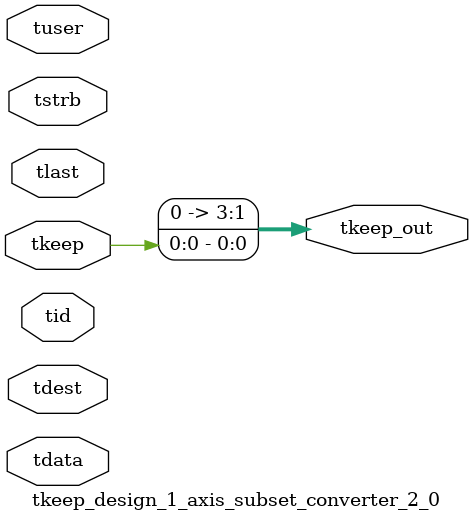
<source format=v>


`timescale 1ps/1ps

module tkeep_design_1_axis_subset_converter_2_0 #
(
parameter C_S_AXIS_TDATA_WIDTH = 32,
parameter C_S_AXIS_TUSER_WIDTH = 0,
parameter C_S_AXIS_TID_WIDTH   = 0,
parameter C_S_AXIS_TDEST_WIDTH = 0,
parameter C_M_AXIS_TDATA_WIDTH = 32
)
(
input  [(C_S_AXIS_TDATA_WIDTH == 0 ? 1 : C_S_AXIS_TDATA_WIDTH)-1:0     ] tdata,
input  [(C_S_AXIS_TUSER_WIDTH == 0 ? 1 : C_S_AXIS_TUSER_WIDTH)-1:0     ] tuser,
input  [(C_S_AXIS_TID_WIDTH   == 0 ? 1 : C_S_AXIS_TID_WIDTH)-1:0       ] tid,
input  [(C_S_AXIS_TDEST_WIDTH == 0 ? 1 : C_S_AXIS_TDEST_WIDTH)-1:0     ] tdest,
input  [(C_S_AXIS_TDATA_WIDTH/8)-1:0 ] tkeep,
input  [(C_S_AXIS_TDATA_WIDTH/8)-1:0 ] tstrb,
input                                                                    tlast,
output [(C_M_AXIS_TDATA_WIDTH/8)-1:0 ] tkeep_out
);

assign tkeep_out = {tkeep[0:0]};

endmodule


</source>
